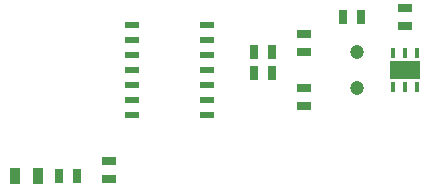
<source format=gbr>
%TF.GenerationSoftware,KiCad,Pcbnew,6.0.0*%
%TF.CreationDate,2022-07-15T10:31:26+02:00*%
%TF.ProjectId,pmod-trh,706d6f64-2d74-4726-982e-6b696361645f,1*%
%TF.SameCoordinates,Original*%
%TF.FileFunction,Paste,Top*%
%TF.FilePolarity,Positive*%
%FSLAX46Y46*%
G04 Gerber Fmt 4.6, Leading zero omitted, Abs format (unit mm)*
G04 Created by KiCad (PCBNEW 6.0.0) date 2022-07-15 10:31:26*
%MOMM*%
%LPD*%
G01*
G04 APERTURE LIST*
%ADD10R,1.143000X0.635000*%
%ADD11R,0.889000X1.397000*%
%ADD12C,1.198880*%
%ADD13R,0.635000X1.143000*%
%ADD14R,1.143000X0.508000*%
%ADD15R,0.450000X0.850000*%
%ADD16R,2.500000X1.600000*%
G04 APERTURE END LIST*
D10*
%TO.C,R1*%
X155500000Y-108012000D03*
X155500000Y-106488000D03*
%TD*%
D11*
%TO.C,C1*%
X132952500Y-114000000D03*
X131047500Y-114000000D03*
%TD*%
D12*
%TO.C,TP1*%
X160000000Y-106500000D03*
%TD*%
D10*
%TO.C,C3*%
X164000000Y-101262000D03*
X164000000Y-99738000D03*
%TD*%
%TO.C,C2*%
X139000000Y-112738000D03*
X139000000Y-114262000D03*
%TD*%
D13*
%TO.C,L1*%
X134738000Y-114000000D03*
X136262000Y-114000000D03*
%TD*%
D14*
%TO.C,U1*%
X147302000Y-108810000D03*
X147302000Y-107540000D03*
X147302000Y-106270000D03*
X147302000Y-105000000D03*
X147302000Y-103730000D03*
X147302000Y-102460000D03*
X147302000Y-101190000D03*
X140952000Y-101190000D03*
X140952000Y-102460000D03*
X140952000Y-103730000D03*
X140952000Y-105000000D03*
X140952000Y-106270000D03*
X140952000Y-107540000D03*
X140952000Y-108810000D03*
%TD*%
D13*
%TO.C,R4*%
X151238000Y-103500000D03*
X152762000Y-103500000D03*
%TD*%
%TO.C,L2*%
X158738000Y-100500000D03*
X160262000Y-100500000D03*
%TD*%
D15*
%TO.C,U2*%
X163000000Y-106450000D03*
X164000000Y-106450000D03*
X165000000Y-106450000D03*
X165000000Y-103550000D03*
X164000000Y-103550000D03*
X163000000Y-103550000D03*
D16*
X164000000Y-105000000D03*
%TD*%
D10*
%TO.C,R2*%
X155500000Y-101988000D03*
X155500000Y-103512000D03*
%TD*%
D12*
%TO.C,TP2*%
X160000000Y-103500000D03*
%TD*%
D13*
%TO.C,R3*%
X151238000Y-105250000D03*
X152762000Y-105250000D03*
%TD*%
M02*

</source>
